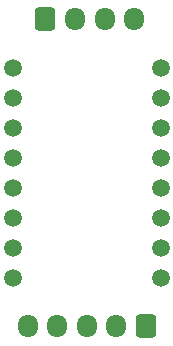
<source format=gbr>
%TF.GenerationSoftware,KiCad,Pcbnew,8.0.8-8.0.8-0~ubuntu24.04.1*%
%TF.CreationDate,2025-05-21T16:54:00-05:00*%
%TF.ProjectId,picowasabi,7069636f-7761-4736-9162-692e6b696361,rev?*%
%TF.SameCoordinates,Original*%
%TF.FileFunction,Soldermask,Bot*%
%TF.FilePolarity,Negative*%
%FSLAX46Y46*%
G04 Gerber Fmt 4.6, Leading zero omitted, Abs format (unit mm)*
G04 Created by KiCad (PCBNEW 8.0.8-8.0.8-0~ubuntu24.04.1) date 2025-05-21 16:54:00*
%MOMM*%
%LPD*%
G01*
G04 APERTURE LIST*
G04 Aperture macros list*
%AMRoundRect*
0 Rectangle with rounded corners*
0 $1 Rounding radius*
0 $2 $3 $4 $5 $6 $7 $8 $9 X,Y pos of 4 corners*
0 Add a 4 corners polygon primitive as box body*
4,1,4,$2,$3,$4,$5,$6,$7,$8,$9,$2,$3,0*
0 Add four circle primitives for the rounded corners*
1,1,$1+$1,$2,$3*
1,1,$1+$1,$4,$5*
1,1,$1+$1,$6,$7*
1,1,$1+$1,$8,$9*
0 Add four rect primitives between the rounded corners*
20,1,$1+$1,$2,$3,$4,$5,0*
20,1,$1+$1,$4,$5,$6,$7,0*
20,1,$1+$1,$6,$7,$8,$9,0*
20,1,$1+$1,$8,$9,$2,$3,0*%
G04 Aperture macros list end*
%ADD10RoundRect,0.250000X-0.600000X-0.725000X0.600000X-0.725000X0.600000X0.725000X-0.600000X0.725000X0*%
%ADD11O,1.700000X1.950000*%
%ADD12C,1.500000*%
%ADD13RoundRect,0.250000X0.600000X0.725000X-0.600000X0.725000X-0.600000X-0.725000X0.600000X-0.725000X0*%
G04 APERTURE END LIST*
D10*
%TO.C,J2*%
X128500000Y-98000000D03*
D11*
X131000000Y-98000000D03*
X133500000Y-98000000D03*
X136000000Y-98000000D03*
%TD*%
D12*
%TO.C,mp6500stepper_driver1*%
X138250000Y-102150000D03*
X138250000Y-104690000D03*
X138250000Y-107230000D03*
X138250000Y-109770000D03*
X138250000Y-112310000D03*
X138250000Y-114850000D03*
X138250000Y-117390000D03*
X138250000Y-119930000D03*
X125750000Y-102150000D03*
X125750000Y-104690000D03*
X125750000Y-107230000D03*
X125750000Y-109770000D03*
X125750000Y-112310000D03*
X125750000Y-114850000D03*
X125750000Y-117390000D03*
X125750000Y-119930000D03*
%TD*%
D13*
%TO.C,J1*%
X137000000Y-124000000D03*
D11*
X134500000Y-124000000D03*
X132000000Y-124000000D03*
X129500000Y-124000000D03*
X127000000Y-124000000D03*
%TD*%
M02*

</source>
